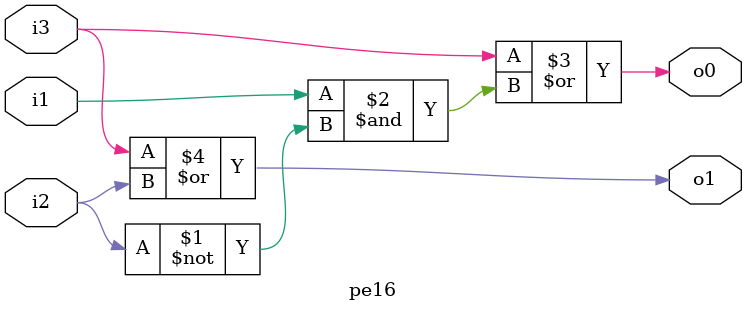
<source format=v>
module pe16 (i3,i2,i1,o0,o1);

    input i3,i2,i1;
    output o0,o1;

    assign o0 = (i3) | (i1&~i2);
    assign o1 = i3 | i2;

endmodule
</source>
